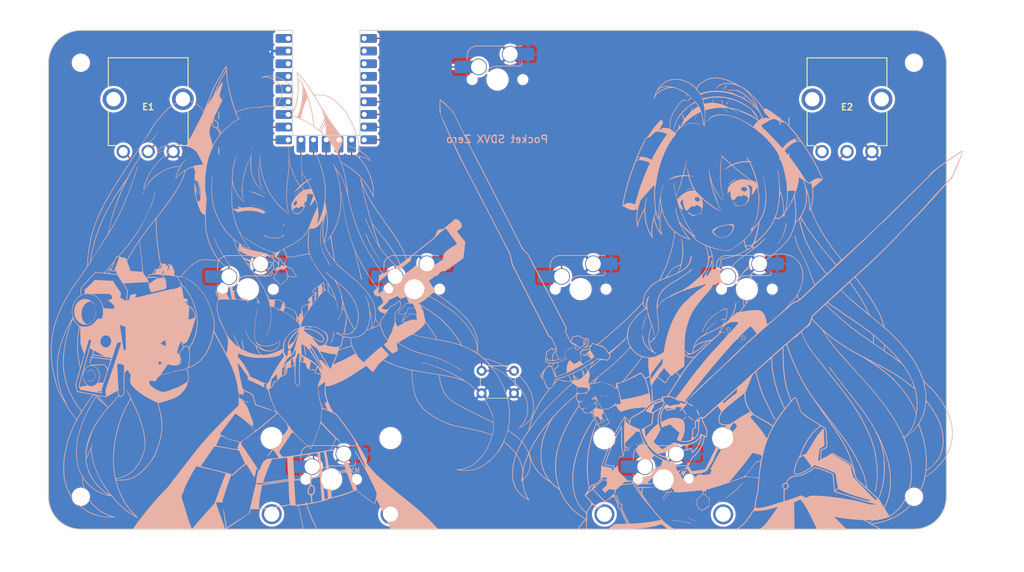
<source format=kicad_pcb>
(kicad_pcb (version 20241229) (generator "pcbnew") (generator_version "9.0")
  (layers (0 "F.Cu" signal) (2 "B.Cu" signal) (13 "F.Paste" user) (15 "B.Paste" user) (5 "F.SilkS" user "F.Silkscreen") (7 "B.SilkS" user "B.Silkscreen") (1 "F.Mask" user) (3 "B.Mask" user) (25 "Edge.Cuts" user))
  (net 0 "")
  (net 1 "GND")
  (net 6 "LCCW")
  (net 7 "LCW")
  (net 8 "RCCW")
  (net 9 "RCW")
  (net 10 "START")
  (net 11 "BTA")
  (net 12 "BTB")
  (net 13 "BTC")
  (net 14 "BTD")
  (net 15 "FXL")
  (net 16 "FXR")
  (net 17 "BACK")
  (footprint "PEC16-4015F-N0024:PEC16-4015F-N0024-millmax" (layer "F.Cu") (at 71.06 72.77)
    (property "Reference" "E1" (at 5 -8.95 0) (layer "F.SilkS") (effects (font (size 1.27 1.27) (thickness 0.254))))
    (property "Value" "PEC16-4015F-N0024" (hide yes))
    (pad "A1" thru_hole circle (at 0 0) (size 2.68 2.68) (drill 1.803) (layers "*.Cu" "*.Mask") (net 6 "LCCW"))
    (pad "B1" thru_hole circle (at 5 0) (size 2.68 2.68) (drill 1.803) (layers "*.Cu" "*.Mask") (net 7 "LCW"))
    (pad "C1" thru_hole circle (at 10 0) (size 2.68 2.68) (drill 1.803) (layers "*.Cu" "*.Mask") (net 1 "GND"))
    (pad "MH1" thru_hole circle (at -1.95 -10.5) (size 4.35 4.35) (drill 2.9) (layers "*.Cu" "*.Mask"))
    (pad "MH2" thru_hole circle (at 11.95 -10.5) (size 4.35 4.35) (drill 2.9) (layers "*.Cu" "*.Mask"))
  )
  (footprint "PEC16-4015F-N0024:PEC16-4015F-N0024-millmax" (layer "F.Cu") (at 211.13 72.79)
    (property "Reference" "E2" (at 5 -8.95 0) (layer "F.SilkS") (effects (font (size 1.27 1.27) (thickness 0.254))))
    (property "Value" "PEC16-4015F-N0024" (hide yes))
    (pad "A1" thru_hole circle (at 0 0) (size 2.68 2.68) (drill 1.803) (layers "*.Cu" "*.Mask") (net 8 "RCCW"))
    (pad "B1" thru_hole circle (at 5 0) (size 2.68 2.68) (drill 1.803) (layers "*.Cu" "*.Mask") (net 9 "RCW"))
    (pad "C1" thru_hole circle (at 10 0) (size 2.68 2.68) (drill 1.803) (layers "*.Cu" "*.Mask") (net 1 "GND"))
    (pad "MH1" thru_hole circle (at -1.95 -10.5) (size 4.35 4.35) (drill 2.9) (layers "*.Cu" "*.Mask"))
    (pad "MH2" thru_hole circle (at 11.95 -10.5) (size 4.35 4.35) (drill 2.9) (layers "*.Cu" "*.Mask"))
  )
  (footprint "MountingHole:MountingHole_3.2mm_M3" (layer "F.Cu") (at 229.559999 54.97)
    (property "Reference" "REF**" (hide yes))
    (property "Value" "MountingHole_3.2mm_M3")
    (pad "" np_thru_hole circle (at 0 0) (size 3.2 3.2) (drill 3.2) (layers "*.Cu" "*.Mask"))
  )
  (footprint "MountingHole:MountingHole_3.2mm_M3" (layer "F.Cu") (at 229.559999 141.97)
    (property "Reference" "REF**" (hide yes))
    (property "Value" "MountingHole_3.2mm_M3")
    (pad "" np_thru_hole circle (at 0 0) (size 3.2 3.2) (drill 3.2) (layers "*.Cu" "*.Mask"))
  )
  (footprint "MountingHole:MountingHole_3.2mm_M3" (layer "F.Cu") (at 62.56 54.97)
    (property "Reference" "REF**" (hide yes))
    (property "Value" "MountingHole_3.2mm_M3")
    (pad "" np_thru_hole circle (at 0 0) (size 3.2 3.2) (drill 3.2) (layers "*.Cu" "*.Mask"))
  )
  (footprint "MountingHole:MountingHole_3.2mm_M3" (layer "F.Cu") (at 62.56 141.97)
    (property "Reference" "REF**" (hide yes))
    (property "Value" "MountingHole_3.2mm_M3")
    (pad "" np_thru_hole circle (at 0 0) (size 3.2 3.2) (drill 3.2) (layers "*.Cu" "*.Mask"))
  )
  (footprint "Capacitor_SMD:C_1206_3216Metric_Pad1.33x1.80mm_HandSolder" (layer "F.Cu") (at 89.296875 72.628125 -90)
    (property "Reference" "C1" (hide yes))
    (property "Value" "10nF")
    (pad "1" smd roundrect (at -1.5625 0 270) (size 1.325 1.8) (layers "F.Cu" "F.Mask" "F.Paste") (roundrect_rratio 0.188679) (net 6 "LCCW"))
    (pad "2" smd roundrect (at 1.5625 0 270) (size 1.325 1.8) (layers "F.Cu" "F.Mask" "F.Paste") (roundrect_rratio 0.188679) (net 1 "GND"))
  )
  (footprint "Capacitor_SMD:C_1206_3216Metric_Pad1.33x1.80mm_HandSolder" (layer "F.Cu") (at 89.296875 65.484375 90)
    (property "Reference" "C2" (hide yes))
    (property "Value" "10nF")
    (pad "1" smd roundrect (at -1.5625 0 90) (size 1.325 1.8) (layers "F.Cu" "F.Mask" "F.Paste") (roundrect_rratio 0.188679) (net 7 "LCW"))
    (pad "2" smd roundrect (at 1.5625 0 90) (size 1.325 1.8) (layers "F.Cu" "F.Mask" "F.Paste") (roundrect_rratio 0.188679) (net 1 "GND"))
  )
  (footprint "Capacitor_SMD:C_1206_3216Metric_Pad1.33x1.80mm_HandSolder" (layer "F.Cu") (at 203.596875 66.675 90)
    (property "Reference" "C3" (hide yes))
    (property "Value" "10nF")
    (pad "1" smd roundrect (at -1.5625 0 90) (size 1.325 1.8) (layers "F.Cu" "F.Mask" "F.Paste") (roundrect_rratio 0.188679) (net 8 "RCCW"))
    (pad "2" smd roundrect (at 1.5625 0 90) (size 1.325 1.8) (layers "F.Cu" "F.Mask" "F.Paste") (roundrect_rratio 0.188679) (net 1 "GND"))
  )
  (footprint "ScottoKeebs_MCU:RP2040_Zero" (layer "F.Cu") (at 111.75 60.25)
    (property "Reference" "U2" (hide yes))
    (property "Value" "RP2040_Zero" (hide yes))
    (pad "1" thru_hole roundrect (at 7.62 -10.16 180) (size 3.25 1.75) (drill 1 (offset -0.9 0)) (layers "*.Cu" "*.Mask") (roundrect_rratio 0.1666666667) (net 10 "START"))
    (pad "2" thru_hole roundrect (at 7.62 -7.62 180) (size 3.25 1.75) (drill 1 (offset -0.9 0)) (layers "*.Cu" "*.Mask") (roundrect_rratio 0.1666666667))
    (pad "3" thru_hole roundrect (at 7.62 -5.08 180) (size 3.25 1.75) (drill 1 (offset -0.9 0)) (layers "*.Cu" "*.Mask") (roundrect_rratio 0.1666666667))
    (pad "4" thru_hole roundrect (at 7.62 -2.54 180) (size 3.25 1.75) (drill 1 (offset -0.9 0)) (layers "*.Cu" "*.Mask") (roundrect_rratio 0.1666666667))
    (pad "5" thru_hole roundrect (at 7.62 0 180) (size 3.25 1.75) (drill 1 (offset -0.9 0)) (layers "*.Cu" "*.Mask") (roundrect_rratio 0.1666666667))
    (pad "6" thru_hole roundrect (at 7.62 2.54 180) (size 3.25 1.75) (drill 1 (offset -0.9 0)) (layers "*.Cu" "*.Mask") (roundrect_rratio 0.1666666667) (net 8 "RCCW"))
    (pad "7" thru_hole roundrect (at 7.62 5.08 180) (size 3.25 1.75) (drill 1 (offset -0.9 0)) (layers "*.Cu" "*.Mask") (roundrect_rratio 0.1666666667) (net 9 "RCW"))
    (pad "8" thru_hole roundrect (at 7.62 7.62 180) (size 3.25 1.75) (drill 1 (offset -0.9 0)) (layers "*.Cu" "*.Mask") (roundrect_rratio 0.1666666667) (net 14 "BTD"))
    (pad "9" thru_hole roundrect (at 7.62 10.16 180) (size 3.25 1.75) (drill 1 (offset -0.9 0)) (layers "*.Cu" "*.Mask") (roundrect_rratio 0.1666666667) (net 16 "FXR"))
    (pad "10" thru_hole roundrect (at 5.08 10.16 270) (size 3.25 1.75) (drill 1 (offset 0.9 0)) (layers "*.Cu" "*.Mask") (roundrect_rratio 0.1428571429) (net 13 "BTC"))
    (pad "11" thru_hole roundrect (at 2.54 10.16 270) (size 3.25 1.75) (drill 1 (offset 0.9 0)) (layers "*.Cu" "*.Mask") (roundrect_rratio 0.1428571429) (net 17 "BACK"))
    (pad "12" thru_hole roundrect (at 0 10.16 270) (size 3.25 1.75) (drill 1 (offset 0.9 0)) (layers "*.Cu" "*.Mask") (roundrect_rratio 0.1428571429) (net 12 "BTB"))
    (pad "13" thru_hole roundrect (at -2.54 10.16 270) (size 3.25 1.75) (drill 1 (offset 0.9 0)) (layers "*.Cu" "*.Mask") (roundrect_rratio 0.1428571429) (net 15 "FXL"))
    (pad "14" thru_hole roundrect (at -5.08 10.16 270) (size 3.25 1.75) (drill 1 (offset 0.9 0)) (layers "*.Cu" "*.Mask") (roundrect_rratio 0.1428571429) (net 11 "BTA"))
    (pad "15" thru_hole roundrect (at -7.62 10.16) (size 3.25 1.75) (drill 1 (offset -0.9 0)) (layers "*.Cu" "*.Mask") (roundrect_rratio 0.1428571429) (net 6 "LCCW"))
    (pad "16" thru_hole roundrect (at -7.62 7.62) (size 3.25 1.75) (drill 1 (offset -0.9 0)) (layers "*.Cu" "*.Mask") (roundrect_rratio 0.1428571429) (net 7 "LCW"))
    (pad "17" thru_hole roundrect (at -7.62 5.08) (size 3.25 1.75) (drill 1 (offset -0.9 0)) (layers "*.Cu" "*.Mask") (roundrect_rratio 0.1428571429))
    (pad "18" thru_hole roundrect (at -7.62 2.54) (size 3.25 1.75) (drill 1 (offset -0.9 0)) (layers "*.Cu" "*.Mask") (roundrect_rratio 0.1428571429))
    (pad "19" thru_hole roundrect (at -7.62 0) (size 3.25 1.75) (drill 1 (offset -0.9 0)) (layers "*.Cu" "*.Mask") (roundrect_rratio 0.1428571429))
    (pad "20" thru_hole roundrect (at -7.62 -2.54) (size 3.25 1.75) (drill 1 (offset -0.9 0)) (layers "*.Cu" "*.Mask") (roundrect_rratio 0.1428571429))
    (pad "21" thru_hole roundrect (at -7.62 -5.08) (size 3.25 1.75) (drill 1 (offset -0.9 0)) (layers "*.Cu" "*.Mask") (roundrect_rratio 0.1428571429))
    (pad "22" thru_hole roundrect (at -7.62 -7.62) (size 3.25 1.75) (drill 1 (offset -0.9 0)) (layers "*.Cu" "*.Mask") (roundrect_rratio 0.1428571429) (net 1 "GND"))
    (pad "23" thru_hole roundrect (at -7.62 -10.16) (size 3.25 1.75) (drill 1 (offset -0.9 0)) (layers "*.Cu" "*.Mask") (roundrect_rratio 0.1428571429))
  )
  (footprint "PCM_marbastlib-mx:STAB_MX_P_2u" (layer "F.Cu") (at 179.41 138.5 180)
    (property "Reference" "S1" (hide yes))
    (property "Value" "MX_stab" (hide yes))
    (pad "" thru_hole circle (at -11.90625 -6.985 180) (size 4 4) (drill 3.048) (layers "*.Cu" "B.Mask"))
    (pad "" np_thru_hole circle (at -11.90625 8.255 180) (size 3.9878 3.9878) (drill 3.9878) (layers "*.Cu" "*.Mask"))
    (pad "" thru_hole circle (at 11.90625 -6.985 180) (size 4 4) (drill 3.048) (layers "*.Cu" "B.Mask"))
    (pad "" np_thru_hole circle (at 11.90625 8.255 180) (size 3.9878 3.9878) (drill 3.9878) (layers "*.Cu" "*.Mask"))
  )
  (footprint "PCM_marbastlib-mx:STAB_MX_P_2u" (layer "F.Cu") (at 112.73 138.47 180)
    (property "Reference" "S2" (hide yes))
    (property "Value" "MX_stab" (hide yes))
    (pad "" thru_hole circle (at -11.90625 -6.985 180) (size 4 4) (drill 3.048) (layers "*.Cu" "B.Mask"))
    (pad "" np_thru_hole circle (at -11.90625 8.255 180) (size 3.9878 3.9878) (drill 3.9878) (layers "*.Cu" "*.Mask"))
    (pad "" thru_hole circle (at 11.90625 -6.985 180) (size 4 4) (drill 3.048) (layers "*.Cu" "B.Mask"))
    (pad "" np_thru_hole circle (at 11.90625 8.255 180) (size 3.9878 3.9878) (drill 3.9878) (layers "*.Cu" "*.Mask"))
  )
  (footprint "Capacitor_SMD:C_1206_3216Metric_Pad1.33x1.80mm_HandSolder" (layer "F.Cu") (at 203.596875 73.81875 -90)
    (property "Reference" "C4" (hide yes))
    (property "Value" "10nF")
    (pad "1" smd roundrect (at -1.5625 0 270) (size 1.325 1.8) (layers "F.Cu" "F.Mask" "F.Paste") (roundrect_rratio 0.188679) (net 9 "RCW"))
    (pad "2" smd roundrect (at 1.5625 0 270) (size 1.325 1.8) (layers "F.Cu" "F.Mask" "F.Paste") (roundrect_rratio 0.188679) (net 1 "GND"))
  )
  (footprint "Button_Switch_THT:SW_PUSH_6mm_H5mm" (layer "F.Cu") (at 146.13 118.97)
    (property "Reference" "SW1" (hide yes))
    (property "Value" "SW_Push" (hide yes))
    (pad "1" thru_hole circle (at -3.25 -2.25 90) (size 2 2) (drill 1.1) (layers "*.Cu" "*.Mask") (net 17 "BACK"))
    (pad "1" thru_hole circle (at 3.25 -2.25 90) (size 2 2) (drill 1.1) (layers "*.Cu" "*.Mask") (net 17 "BACK"))
    (pad "2" thru_hole circle (at -3.25 2.25 90) (size 2 2) (drill 1.1) (layers "*.Cu" "*.Mask") (net 1 "GND"))
    (pad "2" thru_hole circle (at 3.25 2.25 90) (size 2 2) (drill 1.1) (layers "*.Cu" "*.Mask") (net 1 "GND"))
  )
  (footprint "PCM_marbastlib-mx:SW_MX_HS_CPG151101S11_1.5u" (layer "B.Cu") (at 96.05 100.38 180)
    (property "Reference" "MX2" (hide yes))
    (property "Value" "MX-LED")
    (pad "" np_thru_hole circle (at -5.08 0 180) (size 1.75 1.75) (drill 1.75) (layers "*.Cu" "*.Mask"))
    (pad "" np_thru_hole circle (at 0 0 180) (size 3.9878 3.9878) (drill 3.9878) (layers "*.Cu" "*.Mask"))
    (pad "" np_thru_hole circle (at 5.08 0 180) (size 1.75 1.75) (drill 1.75) (layers "*.Cu" "*.Mask"))
    (pad "1" thru_hole circle (at 3.81 2.54 180) (size 3.3 3.3) (drill 3) (property pad_prop_mechanical) (layers "*.Cu" "*.Mask") (net 11 "BTA"))
    (pad "1" smd rect (at 5.635 2.54) (size 1.65 2.5) (layers "B.Cu") (net 11 "BTA"))
    (pad "1" smd roundrect (at 7.36 2.54 180) (size 2.55 2.5) (layers "B.Cu" "B.Mask" "B.Paste") (roundrect_rratio 0.1) (net 11 "BTA"))
    (pad "2" smd roundrect (at -6.09 5.08 180) (size 2.55 2.5) (layers "B.Cu" "B.Mask" "B.Paste") (roundrect_rratio 0.1) (net 1 "GND"))
    (pad "2" smd rect (at -4.34 5.08 180) (size 1.65 2.5) (layers "B.Cu") (net 1 "GND"))
    (pad "2" thru_hole circle (at -2.54 5.08 180) (size 3.3 3.3) (drill 3) (property pad_prop_mechanical) (layers "*.Cu" "*.Mask") (net 1 "GND"))
  )
  (footprint "PCM_marbastlib-mx:SW_MX_HS_CPG151101S11_1.5u" (layer "B.Cu") (at 162.74 100.35 180)
    (property "Reference" "MX4" (hide yes))
    (property "Value" "MX-LED")
    (pad "" np_thru_hole circle (at -5.08 0 180) (size 1.75 1.75) (drill 1.75) (layers "*.Cu" "*.Mask"))
    (pad "" np_thru_hole circle (at 0 0 180) (size 3.9878 3.9878) (drill 3.9878) (layers "*.Cu" "*.Mask"))
    (pad "" np_thru_hole circle (at 5.08 0 180) (size 1.75 1.75) (drill 1.75) (layers "*.Cu" "*.Mask"))
    (pad "1" thru_hole circle (at 3.81 2.54 180) (size 3.3 3.3) (drill 3) (property pad_prop_mechanical) (layers "*.Cu" "*.Mask") (net 13 "BTC"))
    (pad "1" smd rect (at 5.635 2.54) (size 1.65 2.5) (layers "B.Cu") (net 13 "BTC"))
    (pad "1" smd roundrect (at 7.36 2.54 180) (size 2.55 2.5) (layers "B.Cu" "B.Mask" "B.Paste") (roundrect_rratio 0.1) (net 13 "BTC"))
    (pad "2" smd roundrect (at -6.09 5.08 180) (size 2.55 2.5) (layers "B.Cu" "B.Mask" "B.Paste") (roundrect_rratio 0.1) (net 1 "GND"))
    (pad "2" smd rect (at -4.34 5.08 180) (size 1.65 2.5) (layers "B.Cu") (net 1 "GND"))
    (pad "2" thru_hole circle (at -2.54 5.08 180) (size 3.3 3.3) (drill 3) (property pad_prop_mechanical) (layers "*.Cu" "*.Mask") (net 1 "GND"))
  )
  (footprint "PCM_marbastlib-mx:SW_MX_HS_CPG151101S11_1.5u" (layer "B.Cu") (at 196.07 100.35 180)
    (property "Reference" "MX5" (hide yes))
    (property "Value" "MX-LED")
    (pad "" np_thru_hole circle (at -5.08 0 180) (size 1.75 1.75) (drill 1.75) (layers "*.Cu" "*.Mask"))
    (pad "" np_thru_hole circle (at 0 0 180) (size 3.9878 3.9878) (drill 3.9878) (layers "*.Cu" "*.Mask"))
    (pad "" np_thru_hole circle (at 5.08 0 180) (size 1.75 1.75) (drill 1.75) (layers "*.Cu" "*.Mask"))
    (pad "1" thru_hole circle (at 3.81 2.54 180) (size 3.3 3.3) (drill 3) (property pad_prop_mechanical) (layers "*.Cu" "*.Mask") (net 14 "BTD"))
    (pad "1" smd rect (at 5.635 2.54) (size 1.65 2.5) (layers "B.Cu") (net 14 "BTD"))
    (pad "1" smd roundrect (at 7.36 2.54 180) (size 2.55 2.5) (layers "B.Cu" "B.Mask" "B.Paste") (roundrect_rratio 0.1) (net 14 "BTD"))
    (pad "2" smd roundrect (at -6.09 5.08 180) (size 2.55 2.5) (layers "B.Cu" "B.Mask" "B.Paste") (roundrect_rratio 0.1) (net 1 "GND"))
    (pad "2" smd rect (at -4.34 5.08 180) (size 1.65 2.5) (layers "B.Cu") (net 1 "GND"))
    (pad "2" thru_hole circle (at -2.54 5.08 180) (size 3.3 3.3) (drill 3) (property pad_prop_mechanical) (layers "*.Cu" "*.Mask") (net 1 "GND"))
  )
  (footprint "PCM_marbastlib-mx:SW_MX_HS_CPG151101S11_1u" (layer "B.Cu") (at 112.73 138.47 180)
    (property "Reference" "MX6" (at -4.25 1.75 0) (layer "B.SilkS") (effects (justify mirror)))
    (property "Value" "MX-LED-R")
    (pad "" np_thru_hole circle (at -5.08 0 180) (size 1.75 1.75) (drill 1.75) (layers "*.Cu" "*.Mask"))
    (pad "" np_thru_hole circle (at 0 0 180) (size 3.9878 3.9878) (drill 3.9878) (layers "*.Cu" "*.Mask"))
    (pad "" np_thru_hole circle (at 5.08 0 180) (size 1.75 1.75) (drill 1.75) (layers "*.Cu" "*.Mask"))
    (pad "1" thru_hole circle (at 3.81 2.54 180) (size 3.3 3.3) (drill 3) (property pad_prop_mechanical) (layers "*.Cu" "*.Mask") (net 15 "FXL"))
    (pad "1" smd rect (at 5.635 2.54) (size 1.65 2.5) (layers "B.Cu") (net 15 "FXL"))
    (pad "1" smd roundrect (at 7.36 2.54 180) (size 2.55 2.5) (layers "B.Cu" "B.Mask" "B.Paste") (roundrect_rratio 0.1) (net 15 "FXL"))
    (pad "2" smd roundrect (at -6.09 5.08 180) (size 2.55 2.5) (layers "B.Cu" "B.Mask" "B.Paste") (roundrect_rratio 0.1) (net 1 "GND"))
    (pad "2" smd rect (at -4.34 5.08 180) (size 1.65 2.5) (layers "B.Cu") (net 1 "GND"))
    (pad "2" thru_hole circle (at -2.54 5.08 180) (size 3.3 3.3) (drill 3) (property pad_prop_mechanical) (layers "*.Cu" "*.Mask") (net 1 "GND"))
  )
  (footprint "PCM_marbastlib-mx:SW_MX_HS_CPG151101S11_1u" (layer "B.Cu") (at 179.41 138.47 180)
    (property "Reference" "MX7" (hide yes))
    (property "Value" "MX-LED-R")
    (pad "" np_thru_hole circle (at -5.08 0 180) (size 1.75 1.75) (drill 1.75) (layers "*.Cu" "*.Mask"))
    (pad "" np_thru_hole circle (at 0 0 180) (size 3.9878 3.9878) (drill 3.9878) (layers "*.Cu" "*.Mask"))
    (pad "" np_thru_hole circle (at 5.08 0 180) (size 1.75 1.75) (drill 1.75) (layers "*.Cu" "*.Mask"))
    (pad "1" thru_hole circle (at 3.81 2.54 180) (size 3.3 3.3) (drill 3) (property pad_prop_mechanical) (layers "*.Cu" "*.Mask") (net 16 "FXR"))
    (pad "1" smd rect (at 5.635 2.54) (size 1.65 2.5) (layers "B.Cu") (net 16 "FXR"))
    (pad "1" smd roundrect (at 7.36 2.54 180) (size 2.55 2.5) (layers "B.Cu" "B.Mask" "B.Paste") (roundrect_rratio 0.1) (net 16 "FXR"))
    (pad "2" smd roundrect (at -6.09 5.08 180) (size 2.55 2.5) (layers "B.Cu" "B.Mask" "B.Paste") (roundrect_rratio 0.1) (net 1 "GND"))
    (pad "2" smd rect (at -4.34 5.08 180) (size 1.65 2.5) (layers "B.Cu") (net 1 "GND"))
    (pad "2" thru_hole circle (at -2.54 5.08 180) (size 3.3 3.3) (drill 3) (property pad_prop_mechanical) (layers "*.Cu" "*.Mask") (net 1 "GND"))
  )
  (footprint "PCM_marbastlib-mx:SW_MX_HS_CPG151101S11_1.5u" (layer "B.Cu") (at 129.39 100.35 180)
    (property "Reference" "MX3" (hide yes))
    (property "Value" "MX-LED")
    (pad "" np_thru_hole circle (at -5.08 0 180) (size 1.75 1.75) (drill 1.75) (layers "*.Cu" "*.Mask"))
    (pad "" np_thru_hole circle (at 0 0 180) (size 3.9878 3.9878) (drill 3.9878) (layers "*.Cu" "*.Mask"))
    (pad "" np_thru_hole circle (at 5.08 0 180) (size 1.75 1.75) (drill 1.75) (layers "*.Cu" "*.Mask"))
    (pad "1" thru_hole circle (at 3.81 2.54 180) (size 3.3 3.3) (drill 3) (property pad_prop_mechanical) (layers "*.Cu" "*.Mask") (net 12 "BTB"))
    (pad "1" smd rect (at 5.635 2.54) (size 1.65 2.5) (layers "B.Cu") (net 12 "BTB"))
    (pad "1" smd roundrect (at 7.36 2.54 180) (size 2.55 2.5) (layers "B.Cu" "B.Mask" "B.Paste") (roundrect_rratio 0.1) (net 12 "BTB"))
    (pad "2" smd roundrect (at -6.09 5.08 180) (size 2.55 2.5) (layers "B.Cu" "B.Mask" "B.Paste") (roundrect_rratio 0.1) (net 1 "GND"))
    (pad "2" smd rect (at -4.34 5.08 180) (size 1.65 2.5) (layers "B.Cu") (net 1 "GND"))
    (pad "2" thru_hole circle (at -2.54 5.08 180) (size 3.3 3.3) (drill 3) (property pad_prop_mechanical) (layers "*.Cu" "*.Mask") (net 1 "GND"))
  )
  (footprint "PCM_marbastlib-mx:SW_MX_HS_CPG151101S11_1u" (layer "B.Cu") (at 146.08 58.340625 180)
    (property "Reference" "MX1" (hide yes))
    (property "Value" "MX-LED-B")
    (pad "" np_thru_hole circle (at -5.08 0 180) (size 1.75 1.75) (drill 1.75) (layers "*.Cu" "*.Mask"))
    (pad "" np_thru_hole circle (at 0 0 180) (size 3.9878 3.9878) (drill 3.9878) (layers "*.Cu" "*.Mask"))
    (pad "" np_thru_hole circle (at 5.08 0 180) (size 1.75 1.75) (drill 1.75) (layers "*.Cu" "*.Mask"))
    (pad "1" thru_hole circle (at 3.81 2.54 180) (size 3.3 3.3) (drill 3) (property pad_prop_mechanical) (layers "*.Cu" "*.Mask") (net 10 "START"))
    (pad "1" smd rect (at 5.635 2.54) (size 1.65 2.5) (layers "B.Cu") (net 10 "START"))
    (pad "1" smd roundrect (at 7.36 2.54 180) (size 2.55 2.5) (layers "B.Cu" "B.Mask" "B.Paste") (roundrect_rratio 0.1) (net 10 "START"))
    (pad "2" smd roundrect (at -6.09 5.08 180) (size 2.55 2.5) (layers "B.Cu" "B.Mask" "B.Paste") (roundrect_rratio 0.1) (net 1 "GND"))
    (pad "2" smd rect (at -4.34 5.08 180) (size 1.65 2.5) (layers "B.Cu") (net 1 "GND"))
    (pad "2" thru_hole circle (at -2.54 5.08 180) (size 3.3 3.3) (drill 3) (property pad_prop_mechanical) (layers "*.Cu" "*.Mask") (net 1 "GND"))
  )
  (footprint "grace:grace_comm" (layer "B.Cu") (at 104.92 99.28 180)
    (property "Reference" "G***" (hide yes))
    (property "Value" "LOGO" (hide yes))
  )
  (footprint "rasis:rasis_comm" (layer "B.Cu") (at 187.96 99.74 180)
    (property "Reference" "G***" (hide yes))
    (property "Value" "LOGO" (hide yes))
  )
  (gr_line (start 118.5 48.475) (end 229.56285 48.4726) (stroke (width 0.2)) (layer "Edge.Cuts"))
  (gr_line (start 236.06285 141.9726) (end 236.06285 54.9726) (stroke (width 0.2)) (layer "Edge.Cuts"))
  (gr_arc (start 236.06285 141.9726) (mid 234.159044 146.568794) (end 229.56285 148.4726) (stroke (width 0.2)) (layer "Edge.Cuts"))
  (gr_line (start 118.5 69.525) (end 105 69.525) (stroke (width 0.2)) (layer "Edge.Cuts"))
  (gr_line (start 118.5 48.475) (end 118.5 69.525) (stroke (width 0.2)) (layer "Edge.Cuts"))
  (gr_line (start 105 69.525) (end 105 48.475) (stroke (width 0.2)) (layer "Edge.Cuts"))
  (gr_arc (start 56.062852 54.9726) (mid 57.966658 50.376407) (end 62.562851 48.472601) (stroke (width 0.2)) (layer "Edge.Cuts"))
  (gr_line (start 62.562851 148.4726) (end 229.56285 148.4726) (stroke (width 0.2)) (layer "Edge.Cuts"))
  (gr_arc (start 229.56285 48.4726) (mid 234.159044 50.376406) (end 236.06285 54.9726) (stroke (width 0.2)) (layer "Edge.Cuts"))
  (gr_line (start 105 48.475) (end 62.562851 48.472603) (stroke (width 0.2)) (layer "Edge.Cuts"))
  (gr_line (start 56.062851 54.9726) (end 56.062851 141.9726) (stroke (width 0.2)) (layer "Edge.Cuts"))
  (gr_arc (start 62.562851 148.4726) (mid 57.966657 146.568794) (end 56.062851 141.9726) (stroke (width 0.2)) (layer "Edge.Cuts"))
  (gr_text "Pocket SDVX Zero\n\n" (at 146 71.5 0) (layer "B.SilkS") (effects (font (size 1.5 1.5) (thickness 0.25)) (justify mirror)))
  (via (at 100.5 52.75) (size 0.8) (drill 0.4) (layers "F.Cu" "B.Cu") (net 1))
  (segment (start 100.62 52.63) (end 100.5 52.75) (width 0.381) (layer "B.Cu") (net 1))
  (segment (start 104.13 52.63) (end 100.62 52.63) (width 0.381) (layer "B.Cu") (net 1))
  (segment (start 96.2775 70.41) (end 104.13 70.41) (width 0.254) (layer "F.Cu") (net 6))
  (segment (start 95.621875 71.065625) (end 96.2775 70.41) (width 0.254) (layer "F.Cu") (net 6))
  (segment (start 71.06 72.77) (end 74.49 76.2) (width 0.254) (layer "F.Cu") (net 6))
  (segment (start 84.1625 76.2) (end 89.296875 71.065625) (width 0.254) (layer "F.Cu") (net 6))
  (segment (start 89.296875 71.065625) (end 95.621875 71.065625) (width 0.254) (layer "F.Cu") (net 6))
  (segment (start 74.49 76.2) (end 84.1625 76.2) (width 0.254) (layer "F.Cu") (net 6))
  (segment (start 96.715625 67.87) (end 104.13 67.87) (width 0.254) (layer "F.Cu") (net 7))
  (segment (start 76.06 72.77) (end 81.783125 67.046875) (width 0.254) (layer "F.Cu") (net 7))
  (segment (start 89.296875 67.046875) (end 95.8925 67.046875) (width 0.254) (layer "F.Cu") (net 7))
  (segment (start 95.8925 67.046875) (end 96.715625 67.87) (width 0.254) (layer "F.Cu") (net 7))
  (segment (start 81.783125 67.046875) (end 89.296875 67.046875) (width 0.254) (layer "F.Cu") (net 7))
  (segment (start 203.596875 68.2375) (end 169.440625 68.2375) (width 0.254) (layer "F.Cu") (net 8))
  (segment (start 211.13 72.79) (end 206.5775 68.2375) (width 0.254) (layer "F.Cu") (net 8))
  (segment (start 206.5775 68.2375) (end 203.596875 68.2375) (width 0.254) (layer "F.Cu") (net 8))
  (segment (start 169.440625 68.2375) (end 163.993125 62.79) (width 0.254) (layer "F.Cu") (net 8))
  (segment (start 163.993125 62.79) (end 119.37 62.79) (width 0.254) (layer "F.Cu") (net 8))
  (segment (start 212.72 76.2) (end 207.540625 76.2) (width 0.254) (layer "F.Cu") (net 9))
  (segment (start 216.13 72.79) (end 212.72 76.2) (width 0.254) (layer "F.Cu") (net 9))
  (segment (start 203.596875 72.25625) (end 169.934234 72.25625) (width 0.254) (layer "F.Cu") (net 9))
  (segment (start 169.934234 72.25625) (end 163.007984 65.33) (width 0.254) (layer "F.Cu") (net 9))
  (segment (start 207.540625 76.2) (end 203.596875 72.25625) (width 0.254) (layer "F.Cu") (net 9))
  (segment (start 163.007984 65.33) (end 119.37 65.33) (width 0.254) (layer "F.Cu") (net 9))
  (segment (start 125.84 50.09) (end 131.550625 55.800625) (width 0.254) (layer "F.Cu") (net 10))
  (segment (start 131.550625 55.800625) (end 142.27 55.800625) (width 0.254) (layer "F.Cu") (net 10))
  (segment (start 119.37 50.09) (end 125.84 50.09) (width 0.254) (layer "F.Cu") (net 10))
  (segment (start 106.67 79.08) (end 106.67 70.41) (width 0.254) (layer "F.Cu") (net 11))
  (segment (start 92.24 93.51) (end 106.67 79.08) (width 0.254) (layer "F.Cu") (net 11))
  (segment (start 92.24 97.84) (end 92.24 93.51) (width 0.254) (layer "F.Cu") (net 11))
  (segment (start 125.58 93.08) (end 111.75 79.25) (width 0.254) (layer "F.Cu") (net 12))
  (segment (start 111.75 79.25) (end 111.75 70.41) (width 0.254) (layer "F.Cu") (net 12))
  (segment (start 125.58 97.81) (end 125.58 93.08) (width 0.254) (layer "F.Cu") (net 12))
  (segment (start 124.133 81) (end 147.121 81) (width 0.254) (layer "F.Cu") (net 13))
  (segment (start 116.83 73.697) (end 124.133 81) (width 0.254) (layer "F.Cu") (net 13))
  (segment (start 158.93 92.809) (end 158.93 97.81) (width 0.254) (layer "F.Cu") (net 13))
  (segment (start 147.121 81) (end 158.93 92.809) (width 0.254) (layer "F.Cu") (net 13))
  (segment (start 116.83 70.41) (end 116.83 73.697) (width 0.254) (layer "F.Cu") (net 13))
  (segment (start 192.26 97.56) (end 192.26 97.81) (width 0.254) (layer "F.Cu") (net 14))
  (segment (start 162.57 67.87) (end 192.26 97.56) (width 0.254) (layer "F.Cu") (net 14))
  (segment (start 119.37 67.87) (end 162.57 67.87) (width 0.254) (layer "F.Cu") (net 14))
  (segment (start 109.21 135.64) (end 108.92 135.93) (width 0.254) (layer "F.Cu") (net 15))
  (segment (start 109.21 70.41) (end 109.21 135.64) (width 0.254) (layer "F.Cu") (net 15))
  (segment (start 162.088125 70.41) (end 175.6 83.921875) (width 0.254) (layer "F.Cu") (net 16))
  (segment (start 119.37 70.41) (end 162.088125 70.41) (width 0.254) (layer "F.Cu") (net 16))
  (segment (start 175.6 83.921875) (end 175.6 135.93) (width 0.254) (layer "F.Cu") (net 16))
  (segment (start 137.332 85.234) (end 123.443 85.234) (width 0.254) (layer "F.Cu") (net 17))
  (segment (start 149.3 116.72) (end 142.88 116.72) (width 0.254) (layer "F.Cu") (net 17))
  (segment (start 142.88 90.782) (end 137.332 85.234) (width 0.254) (layer "F.Cu") (net 17))
  (segment (start 123.443 85.234) (end 114.29 76.081) (width 0.254) (layer "F.Cu") (net 17))
  (segment (start 142.88 116.72) (end 142.88 90.782) (width 0.254) (layer "F.Cu") (net 17))
  (segment (start 114.29 76.081) (end 114.29 70.41) (width 0.254) (layer "F.Cu") (net 17))
  (zone (net 1) (net_name "GND") (layer "F.Cu") (connect_pads (clearance 0.508)) (min_thickness 0.254) (fill yes (thermal_gap 0.508) (thermal_bridge_width 0.508))
    (polygon (pts (xy 251.6124 153.1366) (xy 46.355 157.0228) (xy 46.4058 43.5864) (xy 198.4248 42.4942) (xy 243.713 42.3926)))
  )
  (zone (net 1) (net_name "GND") (layer "B.Cu") (connect_pads (clearance 0.508)) (min_thickness 0.254) (fill yes (thermal_gap 0.508) (thermal_bridge_width 0.508))
    (polygon (pts (xy 246.634 153.1366) (xy 47.9552 155.9306) (xy 48.4886 43.5102) (xy 242.062 42.5196)))
  )
)
</source>
